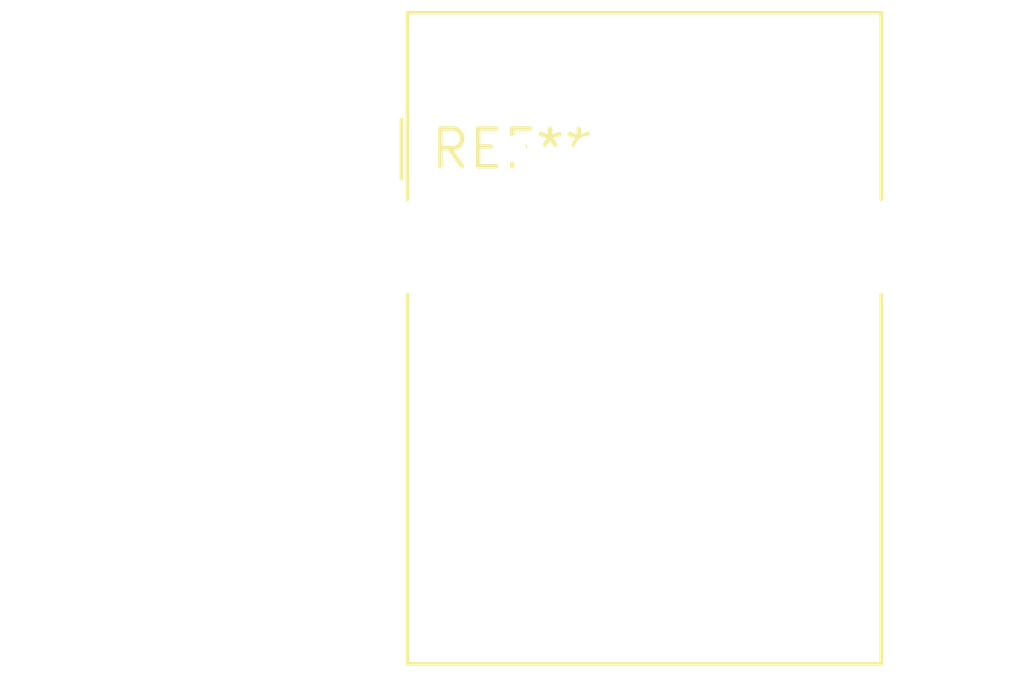
<source format=kicad_pcb>
(kicad_pcb (version 20240108) (generator pcbnew)
  (layers (0 "F.Cu" signal) (31 "B.Cu" signal) (34 "B.Paste" user) (35 "F.Paste" user) (36 "B.SilkS" user "B.Silkscreen") (37 "F.SilkS" user "F.Silkscreen") (38 "B.Mask" user) (39 "F.Mask" user) (44 "Edge.Cuts" user))
  (net 0 "")
  (footprint "RJ45_Amphenol_RJMG1BD3B8K1ANR" (layer "F.Cu") (at 0 0)
    (property "Reference" "REF**")
    (property "Value" "RJ45_Amphenol_RJMG1BD3B8K1ANR")
    (fp_line (start -3.73 -1) (end -3.73 1) (layer "F.SilkS") (stroke (width 0.12)))
    (fp_line (start -3.53 -4.59) (end 12.42 -4.59) (layer "F.SilkS") (stroke (width 0.12)))
    (fp_line (start -3.53 1.69) (end -3.53 -4.59) (layer "F.SilkS") (stroke (width 0.12)))
    (fp_line (start -3.53 17.33) (end -3.53 4.89) (layer "F.SilkS") (stroke (width 0.12)))
    (fp_line (start 12.42 -4.59) (end 12.42 1.69) (layer "F.SilkS") (stroke (width 0.12)))
    (fp_line (start 12.42 4.89) (end 12.42 17.33) (layer "F.SilkS") (stroke (width 0.12)))
    (fp_line (start 12.42 17.33) (end -3.53 17.33) (layer "F.SilkS") (stroke (width 0.12)))
    (pad "" np_thru_hole circle (at -1.27 6.34) (size 3.25 3.25) (drill 3.25) (layers *.Cu *.Mask))
    (pad "" np_thru_hole circle (at 10.16 6.34) (size 3.25 3.25) (drill 3.25) (layers *.Cu *.Mask))
    (pad "L1" thru_hole circle (at 10.77 9.72) (size 1.89 1.89) (drill 0.89) (layers *.Cu *.Mask) (remove_unused_layers))
    (pad "L2" thru_hole circle (at 8.23 11.24) (size 1.89 1.89) (drill 0.89) (layers *.Cu *.Mask) (remove_unused_layers))
    (pad "L3" thru_hole circle (at 0.66 9.72) (size 1.89 1.89) (drill 0.89) (layers *.Cu *.Mask) (remove_unused_layers))
    (pad "L4" thru_hole circle (at -1.88 11.24) (size 1.89 1.89) (drill 0.89) (layers *.Cu *.Mask) (remove_unused_layers))
    (pad "R1" thru_hole rect (at 0 0) (size 1.9 1.9) (drill 0.9) (layers *.Cu *.Mask) (remove_unused_layers))
    (pad "R2" thru_hole circle (at 1.27 -2.54) (size 1.9 1.9) (drill 0.9) (layers *.Cu *.Mask) (remove_unused_layers))
    (pad "R3" thru_hole circle (at 2.54 0) (size 1.9 1.9) (drill 0.9) (layers *.Cu *.Mask) (remove_unused_layers))
    (pad "R4" thru_hole circle (at 3.81 -2.54) (size 1.9 1.9) (drill 0.9) (layers *.Cu *.Mask) (remove_unused_layers))
    (pad "R5" thru_hole circle (at 5.08 0) (size 1.9 1.9) (drill 0.9) (layers *.Cu *.Mask) (remove_unused_layers))
    (pad "R6" thru_hole circle (at 6.35 -2.54) (size 1.9 1.9) (drill 0.9) (layers *.Cu *.Mask) (remove_unused_layers))
    (pad "R7" thru_hole circle (at 7.62 0) (size 1.9 1.9) (drill 0.9) (layers *.Cu *.Mask) (remove_unused_layers))
    (pad "R8" thru_hole circle (at 8.89 -2.54) (size 1.9 1.9) (drill 0.9) (layers *.Cu *.Mask) (remove_unused_layers))
    (pad "SH" thru_hole circle (at -3.33 3.29) (size 2.6 2.6) (drill 1.6) (layers *.Cu *.Mask) (remove_unused_layers))
    (pad "SH" thru_hole circle (at 12.22 3.29) (size 2.6 2.6) (drill 1.6) (layers *.Cu *.Mask) (remove_unused_layers))
  )
)
</source>
